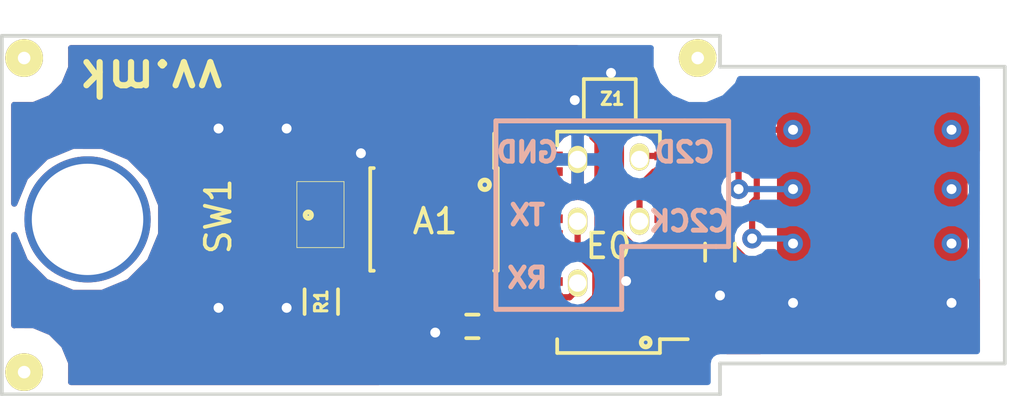
<source format=kicad_pcb>
(kicad_pcb (version 4) (host pcbnew 4.0.7)

  (general
    (links 28)
    (no_connects 0)
    (area 33.409599 27.275 76.550001 43.575001)
    (thickness 2)
    (drawings 49)
    (tracks 197)
    (zones 0)
    (modules 16)
    (nets 29)
  )

  (page User 101.6 101.6)
  (layers
    (0 F.Cu signal)
    (31 B.Cu signal)
    (32 B.Adhes user)
    (33 F.Adhes user)
    (34 B.Paste user)
    (35 F.Paste user)
    (36 B.SilkS user)
    (37 F.SilkS user)
    (38 B.Mask user)
    (39 F.Mask user)
    (40 Dwgs.User user)
    (41 Cmts.User user)
    (42 Eco1.User user)
    (43 Eco2.User user)
    (44 Edge.Cuts user)
    (45 Margin user)
    (46 B.CrtYd user)
    (47 F.CrtYd user)
    (48 B.Fab user)
    (49 F.Fab user)
  )

  (setup
    (last_trace_width 0.2)
    (user_trace_width 0.16)
    (user_trace_width 0.2)
    (trace_clearance 0.2)
    (zone_clearance 0.3)
    (zone_45_only no)
    (trace_min 0.15)
    (segment_width 0.2)
    (edge_width 0.15)
    (via_size 0.8)
    (via_drill 0.4)
    (via_min_size 0.4)
    (via_min_drill 0.3)
    (user_via 5.1 4.5)
    (uvia_size 0.3)
    (uvia_drill 0.1)
    (uvias_allowed no)
    (uvia_min_size 0.2)
    (uvia_min_drill 0.1)
    (pcb_text_width 0.3)
    (pcb_text_size 1.5 1.5)
    (mod_edge_width 0.15)
    (mod_text_size 1 1)
    (mod_text_width 0.15)
    (pad_size 0.78 1.1)
    (pad_drill 0.7)
    (pad_to_mask_clearance 0.1)
    (pad_to_paste_clearance -0.003)
    (aux_axis_origin 36.15 42.6)
    (visible_elements 7FFEFF3F)
    (pcbplotparams
      (layerselection 0x010fc_80000001)
      (usegerberextensions false)
      (usegerberattributes true)
      (excludeedgelayer false)
      (linewidth 0.100000)
      (plotframeref false)
      (viasonmask false)
      (mode 1)
      (useauxorigin false)
      (hpglpennumber 1)
      (hpglpenspeed 20)
      (hpglpendiameter 15)
      (hpglpenoverlay 2)
      (psnegative false)
      (psa4output false)
      (plotreference true)
      (plotvalue false)
      (plotinvisibletext false)
      (padsonsilk false)
      (subtractmaskfromsilk false)
      (outputformat 1)
      (mirror false)
      (drillshape 0)
      (scaleselection 1)
      (outputdirectory gerbers/))
  )

  (net 0 "")
  (net 1 /+5V)
  (net 2 "Net-(A1-Pad7)")
  (net 3 "Net-(A1-Pad6)")
  (net 4 "Net-(A1-Pad5)")
  (net 5 GND)
  (net 6 "Net-(A1-Pad3)")
  (net 7 "Net-(A1-Pad2)")
  (net 8 "Net-(A1-Pad1)")
  (net 9 /HD+)
  (net 10 /HD-)
  (net 11 "Net-(R1-Pad2)")
  (net 12 "Net-(Z1-Pad1)")
  (net 13 /C2CK)
  (net 14 /C2D)
  (net 15 /RX)
  (net 16 /TX)
  (net 17 "Net-(E0-Pad1)")
  (net 18 "Net-(E0-Pad10)")
  (net 19 "Net-(E0-Pad13)")
  (net 20 "Net-(E0-Pad15)")
  (net 21 "Net-(E0-Pad16)")
  (net 22 "Net-(E0-Pad17)")
  (net 23 "Net-(E0-Pad18)")
  (net 24 "Net-(E0-Pad19)")
  (net 25 "Net-(E0-Pad20)")
  (net 26 "Net-(E0-Pad21)")
  (net 27 "Net-(E0-Pad24)")
  (net 28 "Net-(E0-Pad7)")

  (net_class Default "This is the default net class."
    (clearance 0.2)
    (trace_width 0.25)
    (via_dia 0.8)
    (via_drill 0.4)
    (uvia_dia 0.3)
    (uvia_drill 0.1)
    (add_net /+5V)
    (add_net /C2CK)
    (add_net /C2D)
    (add_net /HD+)
    (add_net /HD-)
    (add_net /RX)
    (add_net /TX)
    (add_net GND)
    (add_net "Net-(A1-Pad1)")
    (add_net "Net-(A1-Pad2)")
    (add_net "Net-(A1-Pad3)")
    (add_net "Net-(A1-Pad5)")
    (add_net "Net-(A1-Pad6)")
    (add_net "Net-(A1-Pad7)")
    (add_net "Net-(E0-Pad1)")
    (add_net "Net-(E0-Pad10)")
    (add_net "Net-(E0-Pad13)")
    (add_net "Net-(E0-Pad15)")
    (add_net "Net-(E0-Pad16)")
    (add_net "Net-(E0-Pad17)")
    (add_net "Net-(E0-Pad18)")
    (add_net "Net-(E0-Pad19)")
    (add_net "Net-(E0-Pad20)")
    (add_net "Net-(E0-Pad21)")
    (add_net "Net-(E0-Pad24)")
    (add_net "Net-(E0-Pad7)")
    (add_net "Net-(R1-Pad2)")
    (add_net "Net-(Z1-Pad1)")
  )

  (module Capacitors_SMD:C_0402 (layer F.Cu) (tedit 5A1194AC) (tstamp 5686DC1D)
    (at 54.25 40.75 180)
    (descr "Capacitor SMD 0402, reflow soldering, AVX (see smccp.pdf)")
    (tags "capacitor 0402")
    (path /56857DEB)
    (attr smd)
    (fp_text reference C3 (at 0 -1.25 180) (layer F.SilkS) hide
      (effects (font (size 0.5 0.5) (thickness 0.125)))
    )
    (fp_text value 0.1uF (at 0 1.7 180) (layer F.Fab)
      (effects (font (size 1 1) (thickness 0.15)))
    )
    (fp_line (start -1.15 -0.6) (end 1.15 -0.6) (layer F.CrtYd) (width 0.05))
    (fp_line (start -1.15 0.6) (end 1.15 0.6) (layer F.CrtYd) (width 0.05))
    (fp_line (start -1.15 -0.6) (end -1.15 0.6) (layer F.CrtYd) (width 0.05))
    (fp_line (start 1.15 -0.6) (end 1.15 0.6) (layer F.CrtYd) (width 0.05))
    (fp_line (start 0.25 -0.475) (end -0.25 -0.475) (layer F.SilkS) (width 0.15))
    (fp_line (start -0.25 0.475) (end 0.25 0.475) (layer F.SilkS) (width 0.15))
    (pad 1 smd rect (at -0.55 0 180) (size 0.6 0.5) (layers F.Cu F.Paste F.Mask)
      (net 1 /+5V))
    (pad 2 smd rect (at 0.55 0 180) (size 0.6 0.5) (layers F.Cu F.Paste F.Mask)
      (net 5 GND))
    (model Capacitors_SMD.3dshapes/C_0402.wrl
      (at (xyz 0 0 0))
      (scale (xyz 1 1 1))
      (rotate (xyz 0 0 0))
    )
  )

  (module Capacitors_SMD:C_0603 (layer F.Cu) (tedit 5A119490) (tstamp 5686DC23)
    (at 64.25 37.75 90)
    (descr "Capacitor SMD 0603, reflow soldering, AVX (see smccp.pdf)")
    (tags "capacitor 0603")
    (path /56857E44)
    (attr smd)
    (fp_text reference C4 (at 2 0 180) (layer F.SilkS) hide
      (effects (font (size 0.5 0.5) (thickness 0.125)))
    )
    (fp_text value 4.7uF (at 0 1.9 90) (layer F.Fab)
      (effects (font (size 1 1) (thickness 0.15)))
    )
    (fp_line (start -1.45 -0.75) (end 1.45 -0.75) (layer F.CrtYd) (width 0.05))
    (fp_line (start -1.45 0.75) (end 1.45 0.75) (layer F.CrtYd) (width 0.05))
    (fp_line (start -1.45 -0.75) (end -1.45 0.75) (layer F.CrtYd) (width 0.05))
    (fp_line (start 1.45 -0.75) (end 1.45 0.75) (layer F.CrtYd) (width 0.05))
    (fp_line (start -0.35 -0.6) (end 0.35 -0.6) (layer F.SilkS) (width 0.15))
    (fp_line (start 0.35 0.6) (end -0.35 0.6) (layer F.SilkS) (width 0.15))
    (pad 1 smd rect (at -0.75 0 90) (size 0.8 0.75) (layers F.Cu F.Paste F.Mask)
      (net 5 GND))
    (pad 2 smd rect (at 0.75 0 90) (size 0.8 0.75) (layers F.Cu F.Paste F.Mask)
      (net 1 /+5V))
    (model Capacitors_SMD.3dshapes/C_0603.wrl
      (at (xyz 0 0 0))
      (scale (xyz 1 1 1))
      (rotate (xyz 0 0 0))
    )
  )

  (module Resistors_SMD:R_0603 (layer F.Cu) (tedit 5705BCA1) (tstamp 5686DC42)
    (at 48.15 39.75 90)
    (descr "Resistor SMD 0603, reflow soldering, Vishay (see dcrcw.pdf)")
    (tags "resistor 0603")
    (path /56857B9B)
    (attr smd)
    (fp_text reference R1 (at 0 0 270) (layer F.SilkS)
      (effects (font (size 0.5 0.5) (thickness 0.125)))
    )
    (fp_text value 100 (at 0 1.9 90) (layer F.Fab)
      (effects (font (size 1 1) (thickness 0.15)))
    )
    (fp_line (start -1.3 -0.8) (end 1.3 -0.8) (layer F.CrtYd) (width 0.05))
    (fp_line (start -1.3 0.8) (end 1.3 0.8) (layer F.CrtYd) (width 0.05))
    (fp_line (start -1.3 -0.8) (end -1.3 0.8) (layer F.CrtYd) (width 0.05))
    (fp_line (start 1.3 -0.8) (end 1.3 0.8) (layer F.CrtYd) (width 0.05))
    (fp_line (start 0.5 0.675) (end -0.5 0.675) (layer F.SilkS) (width 0.15))
    (fp_line (start -0.5 -0.675) (end 0.5 -0.675) (layer F.SilkS) (width 0.15))
    (pad 1 smd rect (at -0.75 0 90) (size 0.5 0.9) (layers F.Cu F.Paste F.Mask)
      (net 1 /+5V))
    (pad 2 smd rect (at 0.75 0 90) (size 0.5 0.9) (layers F.Cu F.Paste F.Mask)
      (net 11 "Net-(R1-Pad2)"))
    (model Resistors_SMD.3dshapes/R_0603.wrl
      (at (xyz 0 0 0))
      (scale (xyz 1 1 1))
      (rotate (xyz 0 0 0))
    )
  )

  (module TO_SOT_Packages_SMD:SOT-553 (layer F.Cu) (tedit 5705CEBA) (tstamp 5686DC5B)
    (at 59.8 31.6)
    (descr SOT553)
    (path /56857EAF)
    (attr smd)
    (fp_text reference Z1 (at 0.1 -0.05) (layer F.SilkS)
      (effects (font (size 0.5 0.5) (thickness 0.125)))
    )
    (fp_text value DF5A5.6JE (at 0 1.34874) (layer F.Fab)
      (effects (font (size 1 1) (thickness 0.15)))
    )
    (fp_line (start -1.04902 -0.8509) (end 1.04902 -0.8509) (layer F.SilkS) (width 0.15))
    (fp_line (start 1.04902 -0.8509) (end 1.04902 0.8509) (layer F.SilkS) (width 0.15))
    (fp_line (start 1.04902 0.8509) (end -1.04902 0.8509) (layer F.SilkS) (width 0.15))
    (fp_line (start -1.04902 0.8509) (end -1.04902 -0.8509) (layer F.SilkS) (width 0.15))
    (pad 1 smd rect (at -0.70104 -0.50038) (size 0.44958 0.29972) (layers F.Cu F.Paste F.Mask)
      (net 12 "Net-(Z1-Pad1)"))
    (pad 3 smd rect (at -0.70104 0.50038) (size 0.44958 0.29972) (layers F.Cu F.Paste F.Mask)
      (net 1 /+5V))
    (pad 5 smd rect (at 0.70104 -0.50038) (size 0.44958 0.29972) (layers F.Cu F.Paste F.Mask)
      (net 9 /HD+))
    (pad 2 smd rect (at -0.70104 0) (size 0.44958 0.29972) (layers F.Cu F.Paste F.Mask)
      (net 5 GND))
    (pad 4 smd rect (at 0.70104 0.50038) (size 0.44958 0.29972) (layers F.Cu F.Paste F.Mask)
      (net 10 /HD-))
    (model TO_SOT_Packages_SMD.3dshapes/SOT-553.wrl
      (at (xyz 0 0 0))
      (scale (xyz 0.77 0.65 0.7))
      (rotate (xyz 0 0 90))
    )
  )

  (module Housings_SOIC:SOIC-8_3.9x4.9mm_Pitch1.27mm (layer F.Cu) (tedit 5705BD2C) (tstamp 5705B9E7)
    (at 52.7 36.425 270)
    (descr "8-Lead Plastic Small Outline (SN) - Narrow, 3.90 mm Body [SOIC] (see Microchip Packaging Specification 00000049BS.pdf)")
    (tags "SOIC 1.27")
    (path /56857313)
    (attr smd)
    (fp_text reference A1 (at 0.075 -0.05 360) (layer F.SilkS)
      (effects (font (size 1 1) (thickness 0.15)))
    )
    (fp_text value ATECC508A (at 0 3.5 270) (layer F.Fab)
      (effects (font (size 1 1) (thickness 0.15)))
    )
    (fp_line (start -3.75 -2.75) (end -3.75 2.75) (layer F.CrtYd) (width 0.05))
    (fp_line (start 3.75 -2.75) (end 3.75 2.75) (layer F.CrtYd) (width 0.05))
    (fp_line (start -3.75 -2.75) (end 3.75 -2.75) (layer F.CrtYd) (width 0.05))
    (fp_line (start -3.75 2.75) (end 3.75 2.75) (layer F.CrtYd) (width 0.05))
    (fp_line (start -2.075 -2.575) (end -2.075 -2.43) (layer F.SilkS) (width 0.15))
    (fp_line (start 2.075 -2.575) (end 2.075 -2.43) (layer F.SilkS) (width 0.15))
    (fp_line (start 2.075 2.575) (end 2.075 2.43) (layer F.SilkS) (width 0.15))
    (fp_line (start -2.075 2.575) (end -2.075 2.43) (layer F.SilkS) (width 0.15))
    (fp_line (start -2.075 -2.575) (end 2.075 -2.575) (layer F.SilkS) (width 0.15))
    (fp_line (start -2.075 2.575) (end 2.075 2.575) (layer F.SilkS) (width 0.15))
    (fp_line (start -2.075 -2.43) (end -3.475 -2.43) (layer F.SilkS) (width 0.15))
    (pad 1 smd rect (at -2.7 -1.905 270) (size 1.55 0.6) (layers F.Cu F.Paste F.Mask)
      (net 8 "Net-(A1-Pad1)"))
    (pad 2 smd rect (at -2.7 -0.635 270) (size 1.55 0.6) (layers F.Cu F.Paste F.Mask)
      (net 7 "Net-(A1-Pad2)"))
    (pad 3 smd rect (at -2.7 0.635 270) (size 1.55 0.6) (layers F.Cu F.Paste F.Mask)
      (net 6 "Net-(A1-Pad3)"))
    (pad 4 smd rect (at -2.7 1.905 270) (size 1.55 0.6) (layers F.Cu F.Paste F.Mask)
      (net 5 GND))
    (pad 5 smd rect (at 2.7 1.905 270) (size 1.55 0.6) (layers F.Cu F.Paste F.Mask)
      (net 4 "Net-(A1-Pad5)"))
    (pad 6 smd rect (at 2.7 0.635 270) (size 1.55 0.6) (layers F.Cu F.Paste F.Mask)
      (net 3 "Net-(A1-Pad6)"))
    (pad 7 smd rect (at 2.7 -0.635 270) (size 1.55 0.6) (layers F.Cu F.Paste F.Mask)
      (net 2 "Net-(A1-Pad7)"))
    (pad 8 smd rect (at 2.7 -1.905 270) (size 1.55 0.6) (layers F.Cu F.Paste F.Mask)
      (net 1 /+5V))
    (model Housings_SOIC.3dshapes/SOIC-8_3.9x4.9mm_Pitch1.27mm.wrl
      (at (xyz 0 0 0))
      (scale (xyz 1 1 1))
      (rotate (xyz 0 0 0))
    )
  )

  (module footprints:debug (layer F.Cu) (tedit 58286ACE) (tstamp 5705B9EC)
    (at 61 36.5)
    (path /56A3F8D6)
    (fp_text reference C2CK1 (at 0.63 -1.5) (layer F.SilkS) hide
      (effects (font (size 1 1) (thickness 0.15)))
    )
    (fp_text value debug-pin (at 1.75 1.25) (layer F.Fab)
      (effects (font (size 1 1) (thickness 0.15)))
    )
    (pad 1 thru_hole oval (at 0 0) (size 0.78 1.1) (drill 0.7) (layers *.Cu *.Mask F.SilkS)
      (net 13 /C2CK))
  )

  (module footprints:debug (layer F.Cu) (tedit 58286B0A) (tstamp 5705B9F1)
    (at 61 34)
    (path /56A3F90D)
    (fp_text reference C2D1 (at 0.7 -5.75) (layer F.SilkS) hide
      (effects (font (size 1 1) (thickness 0.15)))
    )
    (fp_text value debug-pin (at 1.75 1.25) (layer F.Fab)
      (effects (font (size 1 1) (thickness 0.15)))
    )
    (pad 1 thru_hole oval (at 0 0) (size 0.78 1.1) (drill 0.7 (offset 0 -0.1)) (layers *.Cu *.Mask F.SilkS)
      (net 14 /C2D))
  )

  (module footprints:debug (layer F.Cu) (tedit 58286AE9) (tstamp 5705BA1D)
    (at 58.5 39)
    (path /56A3F89E)
    (fp_text reference RX1 (at 0.63 -1.5) (layer F.SilkS) hide
      (effects (font (size 1 1) (thickness 0.15)))
    )
    (fp_text value debug-pin (at 1.75 1.25) (layer F.Fab)
      (effects (font (size 1 1) (thickness 0.15)))
    )
    (pad 1 thru_hole oval (at 0 0) (size 0.78 1.1) (drill 0.7) (layers *.Cu *.Mask F.SilkS)
      (net 15 /RX))
  )

  (module footprints:debug (layer F.Cu) (tedit 58286AE3) (tstamp 5705BA22)
    (at 58.5 36.5)
    (path /56A3F7EB)
    (fp_text reference TX1 (at 0.63 -1.5) (layer F.SilkS) hide
      (effects (font (size 1 1) (thickness 0.15)))
    )
    (fp_text value debug-pin (at 1.75 1.25) (layer F.Fab)
      (effects (font (size 1 1) (thickness 0.15)))
    )
    (pad 1 thru_hole oval (at 0 0) (size 0.78 1.1) (drill 0.7) (layers *.Cu *.Mask F.SilkS)
      (net 16 /TX))
  )

  (module footprints:debug (layer F.Cu) (tedit 58286ADD) (tstamp 5705D0B1)
    (at 58.5 34)
    (path /570602D3)
    (fp_text reference GND1 (at 0.63 -1.5) (layer F.SilkS) hide
      (effects (font (size 1 1) (thickness 0.15)))
    )
    (fp_text value debug-pin (at 1.75 1.25) (layer F.Fab)
      (effects (font (size 1 1) (thickness 0.15)))
    )
    (pad 1 thru_hole oval (at 0 0) (size 0.78 1.1) (drill 0.7) (layers *.Cu *.Mask F.SilkS)
      (net 5 GND))
  )

  (module footprints:QSOP-24_3.9x8.7mm_Pitch0.635mm_fat (layer F.Cu) (tedit 571C16FD) (tstamp 571C25E8)
    (at 59.75 37.35 180)
    (descr "SSOP24: plastic shrink small outline package; 24 leads; body width 3.9 mm; lead pitch 0.635; (see NXP SSOP-TSSOP-VSO-REFLOW.pdf and sot556-1_po.pdf)")
    (tags "SSOP 0.635")
    (path /5705BC18)
    (attr smd)
    (fp_text reference E0 (at 0 -0.15 180) (layer F.SilkS)
      (effects (font (size 1 1) (thickness 0.15)))
    )
    (fp_text value EFM8UB1_24pin (at 0 5.4 180) (layer F.Fab)
      (effects (font (size 1 1) (thickness 0.15)))
    )
    (fp_line (start -3.45 -4.65) (end -3.45 4.65) (layer F.CrtYd) (width 0.05))
    (fp_line (start 3.45 -4.65) (end 3.45 4.65) (layer F.CrtYd) (width 0.05))
    (fp_line (start -3.45 -4.65) (end 3.45 -4.65) (layer F.CrtYd) (width 0.05))
    (fp_line (start -3.45 4.65) (end 3.45 4.65) (layer F.CrtYd) (width 0.05))
    (fp_line (start -2.075 -4.475) (end -2.075 -3.9175) (layer F.SilkS) (width 0.15))
    (fp_line (start 2.075 -4.475) (end 2.075 -3.9175) (layer F.SilkS) (width 0.15))
    (fp_line (start 2.075 4.475) (end 2.075 3.9175) (layer F.SilkS) (width 0.15))
    (fp_line (start -2.075 4.475) (end -2.075 3.9175) (layer F.SilkS) (width 0.15))
    (fp_line (start -2.075 -4.475) (end 2.075 -4.475) (layer F.SilkS) (width 0.15))
    (fp_line (start -2.075 4.475) (end 2.075 4.475) (layer F.SilkS) (width 0.15))
    (fp_line (start -2.075 -3.9175) (end -3.2 -3.9175) (layer F.SilkS) (width 0.15))
    (pad 1 smd rect (at -2.6 -3.4925 180) (size 1.5 0.35) (layers F.Cu F.Paste F.Mask)
      (net 17 "Net-(E0-Pad1)"))
    (pad 2 smd rect (at -2.6 -2.8575 180) (size 1.5 0.35) (layers F.Cu F.Paste F.Mask)
      (net 3 "Net-(A1-Pad6)"))
    (pad 3 smd rect (at -2.6 -2.2225 180) (size 1.5 0.35) (layers F.Cu F.Paste F.Mask)
      (net 4 "Net-(A1-Pad5)"))
    (pad 4 smd rect (at -2.6 -1.5875 180) (size 1.5 0.35) (layers F.Cu F.Paste F.Mask)
      (net 5 GND))
    (pad 5 smd rect (at -2.6 -0.9525 180) (size 1.5 0.35) (layers F.Cu F.Paste F.Mask)
      (net 9 /HD+))
    (pad 6 smd rect (at -2.6 -0.3175 180) (size 1.5 0.35) (layers F.Cu F.Paste F.Mask)
      (net 10 /HD-))
    (pad 7 smd rect (at -2.6 0.3175 180) (size 1.5 0.35) (layers F.Cu F.Paste F.Mask)
      (net 28 "Net-(E0-Pad7)"))
    (pad 8 smd rect (at -2.6 0.9525 180) (size 1.5 0.35) (layers F.Cu F.Paste F.Mask)
      (net 28 "Net-(E0-Pad7)"))
    (pad 9 smd rect (at -2.6 1.5875 180) (size 1.5 0.35) (layers F.Cu F.Paste F.Mask)
      (net 1 /+5V))
    (pad 10 smd rect (at -2.6 2.2225 180) (size 1.5 0.35) (layers F.Cu F.Paste F.Mask)
      (net 18 "Net-(E0-Pad10)"))
    (pad 11 smd rect (at -2.6 2.8575 180) (size 1.5 0.35) (layers F.Cu F.Paste F.Mask)
      (net 13 /C2CK))
    (pad 12 smd rect (at -2.6 3.4925 180) (size 1.5 0.35) (layers F.Cu F.Paste F.Mask)
      (net 14 /C2D))
    (pad 13 smd rect (at 2.6 3.4925 180) (size 1.5 0.35) (layers F.Cu F.Paste F.Mask)
      (net 19 "Net-(E0-Pad13)"))
    (pad 14 smd rect (at 2.6 2.8575 180) (size 1.5 0.35) (layers F.Cu F.Paste F.Mask)
      (net 19 "Net-(E0-Pad13)"))
    (pad 15 smd rect (at 2.6 2.2225 180) (size 1.5 0.35) (layers F.Cu F.Paste F.Mask)
      (net 20 "Net-(E0-Pad15)"))
    (pad 16 smd rect (at 2.6 1.5875 180) (size 1.5 0.35) (layers F.Cu F.Paste F.Mask)
      (net 21 "Net-(E0-Pad16)"))
    (pad 17 smd rect (at 2.6 0.9525 180) (size 1.5 0.35) (layers F.Cu F.Paste F.Mask)
      (net 22 "Net-(E0-Pad17)"))
    (pad 18 smd rect (at 2.6 0.3175 180) (size 1.5 0.35) (layers F.Cu F.Paste F.Mask)
      (net 23 "Net-(E0-Pad18)"))
    (pad 19 smd rect (at 2.6 -0.3175 180) (size 1.5 0.35) (layers F.Cu F.Paste F.Mask)
      (net 24 "Net-(E0-Pad19)"))
    (pad 20 smd rect (at 2.6 -0.9525 180) (size 1.5 0.35) (layers F.Cu F.Paste F.Mask)
      (net 25 "Net-(E0-Pad20)"))
    (pad 21 smd rect (at 2.6 -1.5875 180) (size 1.5 0.35) (layers F.Cu F.Paste F.Mask)
      (net 26 "Net-(E0-Pad21)"))
    (pad 22 smd rect (at 2.6 -2.2225 180) (size 1.5 0.35) (layers F.Cu F.Paste F.Mask)
      (net 15 /RX))
    (pad 23 smd rect (at 2.6 -2.8575 180) (size 1.5 0.35) (layers F.Cu F.Paste F.Mask)
      (net 16 /TX))
    (pad 24 smd rect (at 2.6 -3.4925 180) (size 1.5 0.35) (layers F.Cu F.Paste F.Mask)
      (net 27 "Net-(E0-Pad24)"))
    (model Housings_SSOP.3dshapes/SSOP-24_3.9x8.7mm_Pitch0.635mm.wrl
      (at (xyz 0 0 0))
      (scale (xyz 1 1 1))
      (rotate (xyz 0 0 0))
    )
  )

  (module footprints:u2f-button (layer F.Cu) (tedit 571CDF8F) (tstamp 571CE173)
    (at 43.9 36.45 90)
    (path /5685E9F9)
    (attr smd)
    (fp_text reference SW1 (at 0.15 0.09 90) (layer F.SilkS)
      (effects (font (size 1 1) (thickness 0.15)))
    )
    (fp_text value SW_PUSH (at -0.28 3.13 90) (layer F.Fab)
      (effects (font (size 1 1) (thickness 0.15)))
    )
    (pad 1 smd rect (at -3.6 -1.56 90) (size 1.6 1.4) (layers F.Cu F.Paste F.Mask)
      (net 19 "Net-(E0-Pad13)"))
    (pad 1 smd rect (at 3.6 -1.56 90) (size 1.6 1.4) (layers F.Cu F.Paste F.Mask)
      (net 19 "Net-(E0-Pad13)"))
    (pad 2 smd rect (at 3.6 1.44 90) (size 1.6 1.4) (layers F.Cu F.Paste F.Mask)
      (net 5 GND))
    (pad 2 smd rect (at -3.6 1.44 90) (size 1.6 1.4) (layers F.Cu F.Paste F.Mask)
      (net 5 GND))
  )

  (module footprints:LED-0606 (layer F.Cu) (tedit 5A1194B5) (tstamp 571CE288)
    (at 48.1 36.25)
    (path /5686DEFD)
    (attr smd)
    (fp_text reference RGB1 (at 0.07546 -1.90872) (layer F.SilkS) hide
      (effects (font (size 0.4 0.4) (thickness 0.1)))
    )
    (fp_text value CA_RGB (at 0.0145 1.70824) (layer F.Fab) hide
      (effects (font (size 0.4 0.4) (thickness 0.1)))
    )
    (fp_line (start -0.938 -1.355) (end 0.967 -1.355) (layer F.SilkS) (width 0.03))
    (fp_line (start 0.967 -1.355) (end 0.967 1.312) (layer F.SilkS) (width 0.03))
    (fp_line (start 0.967 1.312) (end -0.938 1.312) (layer F.SilkS) (width 0.03))
    (fp_line (start -0.938 1.312) (end -0.938 -1.355) (layer F.SilkS) (width 0.03))
    (pad 1 smd rect (at -0.43 -0.72) (size 0.65 0.85) (layers F.Cu F.Paste F.Mask)
      (net 23 "Net-(E0-Pad18)"))
    (pad 2 smd rect (at 0.42 -0.72) (size 0.65 0.85) (layers F.Cu F.Paste F.Mask)
      (net 24 "Net-(E0-Pad19)"))
    (pad 3 smd rect (at 0.42 0.73) (size 0.65 0.85) (layers F.Cu F.Paste F.Mask)
      (net 25 "Net-(E0-Pad20)"))
    (pad 4 smd rect (at -0.43 0.73) (size 0.65 0.85) (layers F.Cu F.Paste F.Mask)
      (net 11 "Net-(R1-Pad2)"))
  )

  (module footprints:u2f-fiducial (layer F.Cu) (tedit 571CE320) (tstamp 571CE3A7)
    (at 36.15 42.6)
    (path /571C39BB)
    (fp_text reference F1 (at 0.1 -1.4) (layer F.SilkS) hide
      (effects (font (size 1 1) (thickness 0.15)))
    )
    (fp_text value u2f-fiducial (at 5.3848 -1.4986) (layer F.Fab)
      (effects (font (size 1 1) (thickness 0.15)))
    )
    (pad 1 thru_hole circle (at 0 0) (size 1.524 1.524) (drill 0.508) (layers *.Cu *.Mask F.SilkS)
      (solder_mask_margin 1.016) (clearance 1.016))
  )

  (module footprints:u2f-fiducial (layer F.Cu) (tedit 571CE320) (tstamp 571CE3AC)
    (at 36.15 29.9)
    (path /571C3A1E)
    (fp_text reference F2 (at 0.1 -1.4) (layer F.SilkS) hide
      (effects (font (size 1 1) (thickness 0.15)))
    )
    (fp_text value u2f-fiducial (at 5.3848 -1.4986) (layer F.Fab)
      (effects (font (size 1 1) (thickness 0.15)))
    )
    (pad 1 thru_hole circle (at 0 0) (size 1.524 1.524) (drill 0.508) (layers *.Cu *.Mask F.SilkS)
      (solder_mask_margin 1.016) (clearance 1.016))
  )

  (module footprints:u2f-fiducial (layer F.Cu) (tedit 571CE320) (tstamp 571CE3B1)
    (at 63.35 29.9)
    (path /571C3A85)
    (fp_text reference F3 (at 0.1 -1.4) (layer F.SilkS) hide
      (effects (font (size 1 1) (thickness 0.15)))
    )
    (fp_text value u2f-fiducial (at 5.3848 -1.4986) (layer F.Fab)
      (effects (font (size 1 1) (thickness 0.15)))
    )
    (pad 1 thru_hole circle (at 0 0) (size 1.524 1.524) (drill 0.508) (layers *.Cu *.Mask F.SilkS)
      (solder_mask_margin 1.016) (clearance 1.016))
  )

  (gr_text vv.mk (at 41.3 30.7 180) (layer F.SilkS)
    (effects (font (size 1.4 1.4) (thickness 0.25)))
  )
  (gr_line (start 64.09 32.44) (end 63.582 32.44) (angle 90) (layer B.SilkS) (width 0.2))
  (gr_line (start 64.598 32.44) (end 64.09 32.44) (angle 90) (layer B.SilkS) (width 0.2))
  (gr_line (start 64.598 37.52) (end 64.598 32.44) (angle 90) (layer B.SilkS) (width 0.2))
  (gr_line (start 64.09 37.52) (end 64.598 37.52) (angle 90) (layer B.SilkS) (width 0.2))
  (gr_text "C2CK\n" (at 63 36.5) (layer B.SilkS)
    (effects (font (size 0.8 0.8) (thickness 0.2)) (justify mirror))
  )
  (gr_text C2D (at 62.82 33.71) (layer B.SilkS)
    (effects (font (size 0.8 0.8) (thickness 0.2)) (justify mirror))
  )
  (gr_text RX (at 56.47 38.79) (layer B.SilkS)
    (effects (font (size 0.8 0.8) (thickness 0.2)) (justify mirror))
  )
  (gr_text TX (at 56.47 36.25) (layer B.SilkS)
    (effects (font (size 0.8 0.8) (thickness 0.2)) (justify mirror))
  )
  (gr_text GND (at 56.47 33.71) (layer B.SilkS)
    (effects (font (size 0.8 0.8) (thickness 0.2)) (justify mirror))
  )
  (gr_line (start 55.2 32.44) (end 56.47 32.44) (angle 90) (layer B.SilkS) (width 0.2))
  (gr_line (start 55.2 40.06) (end 55.2 32.44) (angle 90) (layer B.SilkS) (width 0.2))
  (gr_line (start 60.28 40.06) (end 55.2 40.06) (angle 90) (layer B.SilkS) (width 0.2))
  (gr_line (start 60.28 37.52) (end 60.28 40.06) (angle 90) (layer B.SilkS) (width 0.2))
  (gr_line (start 64.09 37.52) (end 60.28 37.52) (angle 90) (layer B.SilkS) (width 0.2))
  (gr_line (start 62.82 32.44) (end 64.09 32.44) (angle 90) (layer B.SilkS) (width 0.2))
  (gr_line (start 56.47 32.44) (end 62.82 32.44) (angle 90) (layer B.SilkS) (width 0.2))
  (gr_circle (center 61.25 41.4) (end 61.375 41.275) (layer F.SilkS) (width 0.2))
  (gr_circle (center 54.75 35.025) (end 54.675 35.075) (layer F.SilkS) (width 0.2))
  (gr_circle (center 47.625 36.25) (end 47.625 36.225) (layer F.SilkS) (width 0.2))
  (gr_line (start 75.75 42.25) (end 64.25 42.25) (angle 90) (layer Edge.Cuts) (width 0.15))
  (gr_line (start 75.75 30.25) (end 64.25 30.25) (angle 90) (layer Edge.Cuts) (width 0.15))
  (gr_line (start 64.25 43.5) (end 64.25 42.25) (angle 90) (layer Edge.Cuts) (width 0.15))
  (gr_line (start 35.25 43.5) (end 64.25 43.5) (angle 90) (layer Edge.Cuts) (width 0.15))
  (gr_line (start 35.25 29) (end 35.25 43.5) (angle 90) (layer Edge.Cuts) (width 0.15))
  (gr_line (start 64.25 29) (end 35.25 29) (angle 90) (layer Edge.Cuts) (width 0.15))
  (gr_line (start 64.25 30.25) (end 64.25 29) (angle 90) (layer Edge.Cuts) (width 0.15))
  (gr_line (start 66.1 30.05) (end 66.1 42.45) (angle 90) (layer Cmts.User) (width 0.2))
  (gr_line (start 75.75 42.25) (end 75.75 30.25) (angle 90) (layer Edge.Cuts) (width 0.15))
  (gr_text "GND\n" (at 64.45 40.05) (layer Cmts.User)
    (effects (font (size 0.5 0.5) (thickness 0.125)))
  )
  (gr_text D+ (at 64.5 37.6) (layer Cmts.User)
    (effects (font (size 0.5 0.5) (thickness 0.125)))
  )
  (gr_text D- (at 64.35 35.35) (layer Cmts.User)
    (effects (font (size 0.5 0.5) (thickness 0.125)))
  )
  (gr_text +5v (at 64.3 33) (layer Cmts.User)
    (effects (font (size 0.5 0.5) (thickness 0.125)))
  )
  (gr_line (start 74.25 33.75) (end 74.75 33.75) (angle 90) (layer Cmts.User) (width 0.2))
  (gr_line (start 74.3 38.75) (end 66.55 38.75) (angle 90) (layer Cmts.User) (width 0.2))
  (gr_line (start 66.55 38.4) (end 74.25 38.4) (angle 90) (layer Cmts.User) (width 0.2))
  (gr_line (start 74.25 36.4) (end 66.55 36.4) (angle 90) (layer Cmts.User) (width 0.2))
  (gr_line (start 66.55 36.1) (end 74.25 36.1) (angle 90) (layer Cmts.User) (width 0.2))
  (gr_line (start 74.25 34.1) (end 66.55 34.1) (angle 90) (layer Cmts.User) (width 0.2))
  (gr_line (start 74.25 33.75) (end 66.55 33.75) (angle 90) (layer Cmts.User) (width 0.2))
  (gr_line (start 74.25 30) (end 74.25 42.5) (angle 90) (layer Cmts.User) (width 0.2))
  (gr_line (start 74.75 40.75) (end 66.55 40.75) (angle 90) (layer Cmts.User) (width 0.2))
  (gr_line (start 74.75 31.75) (end 66.55 31.75) (angle 90) (layer Cmts.User) (width 0.2))
  (gr_line (start 66.55 30) (end 66.55 42.45) (angle 90) (layer Cmts.User) (width 0.2))
  (gr_line (start 74.75 42.5) (end 74.75 30) (angle 90) (layer Cmts.User) (width 0.2))
  (gr_line (start 74.75 40.75) (end 76.05 40.75) (angle 90) (layer Cmts.User) (width 0.2))
  (gr_line (start 74.75 42.45) (end 74.75 40.7) (angle 90) (layer Cmts.User) (width 0.2))
  (gr_line (start 74.75 31.75) (end 76.45 31.75) (angle 90) (layer Cmts.User) (width 0.2))
  (gr_line (start 74.75 30) (end 74.75 31.7) (angle 90) (layer Cmts.User) (width 0.2))

  (via (at 38.7096 36.4236) (size 5.1) (drill 4.5) (layers F.Cu B.Cu) (net 0))
  (segment (start 65.25 40.25) (end 65.25 37.987499) (width 0.25) (layer F.Cu) (net 1))
  (segment (start 65.25 37.987499) (end 64.262501 37) (width 0.25) (layer F.Cu) (net 1))
  (segment (start 64.262501 37) (end 64.25 37) (width 0.25) (layer F.Cu) (net 1))
  (segment (start 61.25 30.75) (end 60.264999 29.764999) (width 0.25) (layer F.Cu) (net 1))
  (segment (start 61.710009 31.658037) (end 61.25 31.198028) (width 0.25) (layer F.Cu) (net 1))
  (segment (start 61.71001 31.658906) (end 61.710009 31.658037) (width 0.25) (layer F.Cu) (net 1))
  (segment (start 61.25 31.198028) (end 61.25 30.75) (width 0.25) (layer F.Cu) (net 1))
  (segment (start 58.985001 29.764999) (end 57.650804 31.099196) (width 0.25) (layer F.Cu) (net 1))
  (segment (start 57.650804 31.099196) (end 57.650804 31.95475) (width 0.25) (layer F.Cu) (net 1))
  (segment (start 57.650804 31.95475) (end 58.033004 32.33695) (width 0.25) (layer F.Cu) (net 1))
  (segment (start 58.033004 32.33695) (end 58.86239 32.33695) (width 0.25) (layer F.Cu) (net 1))
  (segment (start 58.86239 32.33695) (end 59.09896 32.10038) (width 0.25) (layer F.Cu) (net 1))
  (segment (start 60.264999 29.764999) (end 58.985001 29.764999) (width 0.25) (layer F.Cu) (net 1))
  (segment (start 62.381084 32.32998) (end 61.71001 31.658906) (width 0.25) (layer F.Cu) (net 1))
  (segment (start 64.131084 32.32998) (end 62.381084 32.32998) (width 0.25) (layer F.Cu) (net 1))
  (segment (start 64.601104 32.8) (end 64.131084 32.32998) (width 0.25) (layer F.Cu) (net 1))
  (segment (start 67.2 32.8) (end 64.601104 32.8) (width 0.25) (layer F.Cu) (net 1))
  (segment (start 67.2 32.8) (end 73.6 32.8) (width 0.25) (layer F.Cu) (net 1))
  (via (at 73.6 32.8) (size 0.8) (drill 0.4) (layers F.Cu B.Cu) (net 1))
  (segment (start 67.15 32.75) (end 67.2 32.8) (width 0.25) (layer F.Cu) (net 1))
  (via (at 67.2 32.8) (size 0.8) (drill 0.4) (layers F.Cu B.Cu) (net 1))
  (segment (start 54.8 41.3) (end 54.8 40.75) (width 0.25) (layer F.Cu) (net 1))
  (segment (start 58.17719 41.54999) (end 55.04999 41.54999) (width 0.25) (layer F.Cu) (net 1))
  (segment (start 59.665011 40.062169) (end 58.17719 41.54999) (width 0.25) (layer F.Cu) (net 1))
  (segment (start 59.29999 37.992404) (end 59.665011 38.357425) (width 0.25) (layer F.Cu) (net 1))
  (segment (start 59.09896 32.10038) (end 59.09896 33.09896) (width 0.25) (layer F.Cu) (net 1))
  (segment (start 59.09896 33.09896) (end 59.29999 33.29999) (width 0.25) (layer F.Cu) (net 1))
  (segment (start 59.29999 33.29999) (end 59.29999 37.992404) (width 0.25) (layer F.Cu) (net 1))
  (segment (start 55.04999 41.54999) (end 54.8 41.3) (width 0.25) (layer F.Cu) (net 1))
  (segment (start 59.665011 38.357425) (end 59.665011 40.062169) (width 0.25) (layer F.Cu) (net 1))
  (segment (start 59.046683 32.152657) (end 59.09896 32.10038) (width 0.25) (layer F.Cu) (net 1))
  (segment (start 49.5 40.25) (end 49.5 41.25) (width 0.25) (layer F.Cu) (net 1))
  (segment (start 62.54999 42.95001) (end 65.25 40.25) (width 0.25) (layer F.Cu) (net 1))
  (segment (start 51.20001 42.95001) (end 62.54999 42.95001) (width 0.25) (layer F.Cu) (net 1))
  (segment (start 49.5 41.25) (end 51.20001 42.95001) (width 0.25) (layer F.Cu) (net 1))
  (segment (start 64.324998 37) (end 64.25 37) (width 0.25) (layer F.Cu) (net 1))
  (segment (start 49.5 40.25) (end 49.25 40.5) (width 0.25) (layer F.Cu) (net 1))
  (segment (start 49.25 40.5) (end 48.15 40.5) (width 0.25) (layer F.Cu) (net 1))
  (segment (start 49.5 38.5) (end 49.5 40.25) (width 0.25) (layer F.Cu) (net 1))
  (segment (start 51 37) (end 49.5 38.5) (width 0.25) (layer F.Cu) (net 1))
  (segment (start 53.5 37) (end 51 37) (width 0.25) (layer F.Cu) (net 1))
  (segment (start 54.605 38.105) (end 53.5 37) (width 0.25) (layer F.Cu) (net 1))
  (segment (start 54.605 39.125) (end 54.605 38.105) (width 0.25) (layer F.Cu) (net 1))
  (segment (start 54.8 40.55) (end 54.605 40.355) (width 0.25) (layer F.Cu) (net 1))
  (segment (start 54.605 40.355) (end 54.605 39.125) (width 0.25) (layer F.Cu) (net 1))
  (segment (start 54.8 40.75) (end 54.8 40.55) (width 0.25) (layer F.Cu) (net 1))
  (segment (start 64.25 36.25) (end 63.7625 35.7625) (width 0.25) (layer F.Cu) (net 1))
  (segment (start 63.7625 35.7625) (end 62.35 35.7625) (width 0.25) (layer F.Cu) (net 1))
  (segment (start 64.25 37) (end 64.25 36.25) (width 0.25) (layer F.Cu) (net 1))
  (segment (start 52.065 39.125) (end 52.065 39.975588) (width 0.25) (layer F.Cu) (net 3))
  (segment (start 52.065 39.975588) (end 51.574989 40.465599) (width 0.25) (layer F.Cu) (net 3))
  (segment (start 51.574989 40.465599) (end 51.574989 41.824989) (width 0.25) (layer F.Cu) (net 3))
  (segment (start 52.25 42.5) (end 58.5 42.5) (width 0.25) (layer F.Cu) (net 3))
  (segment (start 51.574989 41.824989) (end 52.25 42.5) (width 0.25) (layer F.Cu) (net 3))
  (segment (start 58.5 42.5) (end 60.7925 40.2075) (width 0.25) (layer F.Cu) (net 3))
  (segment (start 60.7925 40.2075) (end 62.35 40.2075) (width 0.25) (layer F.Cu) (net 3))
  (segment (start 50.795 39.125) (end 50.795 37.955) (width 0.25) (layer F.Cu) (net 4))
  (segment (start 50.795 37.955) (end 51.25 37.5) (width 0.25) (layer F.Cu) (net 4))
  (segment (start 51.25 37.5) (end 52.25 37.5) (width 0.25) (layer F.Cu) (net 4))
  (segment (start 52.676998 42) (end 58.36359 42) (width 0.25) (layer F.Cu) (net 4))
  (segment (start 52.25 37.5) (end 52.709999 37.959999) (width 0.25) (layer F.Cu) (net 4))
  (segment (start 52.024999 40.651999) (end 52.024999 41.348001) (width 0.25) (layer F.Cu) (net 4))
  (segment (start 52.709999 37.959999) (end 52.709999 40.124999) (width 0.25) (layer F.Cu) (net 4))
  (segment (start 52.709999 40.124999) (end 52.559999 40.274999) (width 0.25) (layer F.Cu) (net 4))
  (segment (start 52.559999 40.274999) (end 52.401999 40.274999) (width 0.25) (layer F.Cu) (net 4))
  (segment (start 58.36359 42) (end 60.79109 39.5725) (width 0.25) (layer F.Cu) (net 4))
  (segment (start 52.401999 40.274999) (end 52.024999 40.651999) (width 0.25) (layer F.Cu) (net 4))
  (segment (start 52.024999 41.348001) (end 52.676998 42) (width 0.25) (layer F.Cu) (net 4))
  (segment (start 60.79109 39.5725) (end 62.35 39.5725) (width 0.25) (layer F.Cu) (net 4))
  (segment (start 62.35 38.9375) (end 60.478138 38.9375) (width 0.25) (layer F.Cu) (net 5))
  (segment (start 60.478138 38.9375) (end 60.457964 38.917326) (width 0.25) (layer F.Cu) (net 5))
  (via (at 60.457964 38.917326) (size 0.8) (drill 0.4) (layers F.Cu B.Cu) (net 5))
  (segment (start 67.2 39.8) (end 73.6 39.8) (width 0.25) (layer F.Cu) (net 5))
  (via (at 73.6 39.8) (size 0.8) (drill 0.4) (layers F.Cu B.Cu) (net 5))
  (segment (start 66.9 39.5) (end 67.2 39.8) (width 0.25) (layer B.Cu) (net 5))
  (segment (start 64.25 39.5) (end 66.9 39.5) (width 0.25) (layer B.Cu) (net 5))
  (via (at 67.2 39.8) (size 0.8) (drill 0.4) (layers F.Cu B.Cu) (net 5))
  (segment (start 64.25 38.5) (end 64.25 39.5) (width 0.25) (layer F.Cu) (net 5))
  (via (at 64.25 39.5) (size 0.8) (drill 0.4) (layers F.Cu B.Cu) (net 5))
  (segment (start 53.7 40.75) (end 53 40.75) (width 0.25) (layer F.Cu) (net 5))
  (segment (start 53 40.75) (end 52.75 41) (width 0.25) (layer F.Cu) (net 5))
  (via (at 52.75 41) (size 0.8) (drill 0.4) (layers F.Cu B.Cu) (net 5))
  (segment (start 45.34 40.05) (end 46.7 40.05) (width 0.25) (layer F.Cu) (net 5))
  (via (at 46.75 40) (size 0.8) (drill 0.4) (layers F.Cu B.Cu) (net 5))
  (segment (start 46.7 40.05) (end 46.75 40) (width 0.25) (layer F.Cu) (net 5))
  (segment (start 45.34 40.05) (end 44.05 40.05) (width 0.25) (layer F.Cu) (net 5))
  (segment (start 44.05 40.05) (end 44 40) (width 0.25) (layer F.Cu) (net 5))
  (via (at 44 40) (size 0.8) (drill 0.4) (layers F.Cu B.Cu) (net 5))
  (segment (start 46.65 32.85) (end 46.75 32.75) (width 0.25) (layer F.Cu) (net 5))
  (via (at 46.75 32.75) (size 0.8) (drill 0.4) (layers F.Cu B.Cu) (net 5))
  (segment (start 45.34 32.85) (end 46.65 32.85) (width 0.25) (layer F.Cu) (net 5))
  (segment (start 45.34 32.85) (end 44.1 32.85) (width 0.25) (layer F.Cu) (net 5))
  (segment (start 44.1 32.85) (end 44 32.75) (width 0.25) (layer F.Cu) (net 5))
  (via (at 44 32.75) (size 0.8) (drill 0.4) (layers F.Cu B.Cu) (net 5))
  (segment (start 50.795 33.725) (end 49.775 33.725) (width 0.25) (layer F.Cu) (net 5))
  (segment (start 49.775 33.725) (end 49.75 33.75) (width 0.25) (layer F.Cu) (net 5))
  (via (at 49.75 33.75) (size 0.8) (drill 0.4) (layers F.Cu B.Cu) (net 5))
  (segment (start 59.46676 31.573954) (end 59.85 31.190714) (width 0.2) (layer F.Cu) (net 5))
  (segment (start 59.85 31.190714) (end 59.85 30.5) (width 0.2) (layer F.Cu) (net 5))
  (via (at 59.85 30.5) (size 0.8) (drill 0.4) (layers F.Cu B.Cu) (net 5))
  (segment (start 59.09896 31.6) (end 59.440714 31.6) (width 0.2) (layer F.Cu) (net 5))
  (segment (start 59.440714 31.6) (end 59.46676 31.573954) (width 0.2) (layer F.Cu) (net 5))
  (segment (start 59.09896 31.6) (end 58.387754 31.6) (width 0.25) (layer F.Cu) (net 5))
  (segment (start 58.387754 31.6) (end 58.385805 31.601949) (width 0.25) (layer F.Cu) (net 5))
  (via (at 58.385805 31.601949) (size 0.8) (drill 0.4) (layers F.Cu B.Cu) (net 5))
  (segment (start 63.412502 38.75) (end 64 38.75) (width 0.25) (layer F.Cu) (net 5))
  (segment (start 64 38.75) (end 64.25 38.5) (width 0.25) (layer F.Cu) (net 5))
  (segment (start 62.35 38.9375) (end 63.225002 38.9375) (width 0.25) (layer F.Cu) (net 5))
  (segment (start 63.225002 38.9375) (end 63.412502 38.75) (width 0.25) (layer F.Cu) (net 5))
  (segment (start 59.76 32.51) (end 59.76 31.860555) (width 0.2) (layer F.Cu) (net 9))
  (segment (start 59.76 31.860555) (end 60.50104 31.119514) (width 0.2) (layer F.Cu) (net 9))
  (segment (start 60.50104 31.119514) (end 60.50104 31.09962) (width 0.2) (layer F.Cu) (net 9))
  (segment (start 59.76 37.160552) (end 59.76 32.51) (width 0.25) (layer F.Cu) (net 9))
  (segment (start 62.35 38.3025) (end 60.901948 38.3025) (width 0.25) (layer F.Cu) (net 9))
  (segment (start 60.901948 38.3025) (end 59.76 37.160552) (width 0.25) (layer F.Cu) (net 9))
  (segment (start 61.25 31.849448) (end 61.25 31.84858) (width 0.25) (layer F.Cu) (net 9))
  (segment (start 61.25 31.84858) (end 60.50104 31.09962) (width 0.25) (layer F.Cu) (net 9))
  (segment (start 62.190542 32.78999) (end 61.25 31.849448) (width 0.25) (layer F.Cu) (net 9))
  (segment (start 63.940542 32.78999) (end 62.190542 32.78999) (width 0.25) (layer F.Cu) (net 9))
  (segment (start 65.735001 34.584449) (end 63.940542 32.78999) (width 0.25) (layer F.Cu) (net 9))
  (segment (start 65.548619 37.198316) (end 65.548619 35.739183) (width 0.25) (layer F.Cu) (net 9))
  (segment (start 65.548619 35.739183) (end 65.735001 35.552801) (width 0.25) (layer F.Cu) (net 9))
  (segment (start 65.735001 35.552801) (end 65.735001 34.584449) (width 0.25) (layer F.Cu) (net 9))
  (segment (start 67.2 37.4) (end 73.6 37.4) (width 0.25) (layer F.Cu) (net 9))
  (segment (start 66.998316 37.198316) (end 67.2 37.4) (width 0.25) (layer B.Cu) (net 9))
  (segment (start 65.548619 37.198316) (end 66.998316 37.198316) (width 0.25) (layer B.Cu) (net 9))
  (via (at 67.2 37.4) (size 0.8) (drill 0.4) (layers F.Cu B.Cu) (net 9))
  (via (at 73.6 37.4) (size 0.8) (drill 0.4) (layers F.Cu B.Cu) (net 9))
  (via (at 65.548619 37.198316) (size 0.8) (drill 0.4) (layers F.Cu B.Cu) (net 9))
  (segment (start 60.50104 31.09962) (end 60.50104 31.140728) (width 0.25) (layer F.Cu) (net 9))
  (segment (start 62.35 37.6675) (end 60.9175 37.6675) (width 0.25) (layer F.Cu) (net 10))
  (segment (start 60.9175 37.6675) (end 60.25 37) (width 0.25) (layer F.Cu) (net 10))
  (segment (start 60.25 37) (end 60.25 33) (width 0.25) (layer F.Cu) (net 10))
  (segment (start 60.25 33) (end 60.50104 32.74896) (width 0.25) (layer F.Cu) (net 10))
  (segment (start 60.50104 32.74896) (end 60.50104 32.10038) (width 0.25) (layer F.Cu) (net 10))
  (segment (start 65 35.2) (end 65 34.5) (width 0.25) (layer F.Cu) (net 10))
  (segment (start 65 34.5) (end 63.75 33.25) (width 0.25) (layer F.Cu) (net 10))
  (segment (start 63.75 33.25) (end 62 33.25) (width 0.25) (layer F.Cu) (net 10))
  (segment (start 62 33.25) (end 60.85038 32.10038) (width 0.25) (layer F.Cu) (net 10))
  (segment (start 60.85038 32.10038) (end 60.50104 32.10038) (width 0.25) (layer F.Cu) (net 10))
  (via (at 65 35.2) (size 0.8) (drill 0.4) (layers F.Cu B.Cu) (net 10))
  (segment (start 67.2 35.2) (end 73.6 35.2) (width 0.25) (layer F.Cu) (net 10))
  (via (at 73.6 35.2) (size 0.8) (drill 0.4) (layers F.Cu B.Cu) (net 10))
  (segment (start 65 35.2) (end 67.2 35.2) (width 0.25) (layer B.Cu) (net 10))
  (via (at 67.2 35.2) (size 0.8) (drill 0.4) (layers F.Cu B.Cu) (net 10))
  (segment (start 47.67 37.67) (end 48.15 38.15) (width 0.25) (layer F.Cu) (net 11))
  (segment (start 48.15 38.15) (end 48.15 39) (width 0.25) (layer F.Cu) (net 11))
  (segment (start 47.67 36.98) (end 47.67 37.67) (width 0.25) (layer F.Cu) (net 11))
  (segment (start 62.35 34.4925) (end 61.578676 34.4925) (width 0.25) (layer F.Cu) (net 13))
  (segment (start 61.578676 34.4925) (end 61 35.071176) (width 0.25) (layer F.Cu) (net 13))
  (segment (start 61 35.071176) (end 61 36.5) (width 0.25) (layer F.Cu) (net 13))
  (segment (start 62.35 33.8575) (end 61.1425 33.8575) (width 0.25) (layer F.Cu) (net 14))
  (segment (start 61.1425 33.8575) (end 61 34) (width 0.25) (layer F.Cu) (net 14))
  (segment (start 58.5 39) (end 58.5 39.25) (width 0.25) (layer F.Cu) (net 15))
  (segment (start 58.5 39.25) (end 58.1775 39.5725) (width 0.25) (layer F.Cu) (net 15))
  (segment (start 57.15 39.5725) (end 58.1775 39.5725) (width 0.25) (layer F.Cu) (net 15))
  (segment (start 59.21501 38.543834) (end 58.5 37.828824) (width 0.25) (layer F.Cu) (net 16))
  (segment (start 58.5 37.828824) (end 58.5 36.5) (width 0.25) (layer F.Cu) (net 16))
  (segment (start 59.21501 38.543834) (end 59.21501 39.456166) (width 0.25) (layer F.Cu) (net 16))
  (segment (start 59.21501 39.456166) (end 59.215001 39.456175) (width 0.25) (layer F.Cu) (net 16))
  (segment (start 59.215001 39.456175) (end 59.215001 39.534999) (width 0.25) (layer F.Cu) (net 16))
  (segment (start 59.215001 39.534999) (end 58.5425 40.2075) (width 0.25) (layer F.Cu) (net 16))
  (segment (start 58.5425 40.2075) (end 57.15 40.2075) (width 0.25) (layer F.Cu) (net 16))
  (segment (start 46.823004 34) (end 43.49 34) (width 0.25) (layer F.Cu) (net 19))
  (segment (start 48.573004 32.25) (end 46.823004 34) (width 0.25) (layer F.Cu) (net 19))
  (segment (start 55.75 32.5) (end 55.5 32.25) (width 0.25) (layer F.Cu) (net 19))
  (segment (start 55.5 32.25) (end 48.573004 32.25) (width 0.25) (layer F.Cu) (net 19))
  (segment (start 55.75 33.75) (end 55.75 32.5) (width 0.25) (layer F.Cu) (net 19))
  (segment (start 55.9925 34.4925) (end 55.75 34.25) (width 0.25) (layer F.Cu) (net 19))
  (segment (start 55.75 34.25) (end 55.75 33.75) (width 0.25) (layer F.Cu) (net 19))
  (segment (start 57.15 34.4925) (end 55.9925 34.4925) (width 0.25) (layer F.Cu) (net 19))
  (segment (start 42.34 40.05) (end 42.34 35.15) (width 0.25) (layer F.Cu) (net 19))
  (segment (start 42.34 35.15) (end 43.49 34) (width 0.25) (layer F.Cu) (net 19))
  (segment (start 43.49 34) (end 42.34 32.85) (width 0.25) (layer F.Cu) (net 19))
  (segment (start 55.8575 33.8575) (end 55.75 33.75) (width 0.25) (layer F.Cu) (net 19))
  (segment (start 57.15 33.8575) (end 55.8575 33.8575) (width 0.25) (layer F.Cu) (net 19))
  (segment (start 48 34.5) (end 47.67 34.83) (width 0.25) (layer F.Cu) (net 23))
  (segment (start 47.67 34.83) (end 47.67 35.53) (width 0.25) (layer F.Cu) (net 23))
  (segment (start 49.25 34.5) (end 48 34.5) (width 0.25) (layer F.Cu) (net 23))
  (segment (start 49.82999 35.07999) (end 49.25 34.5) (width 0.25) (layer F.Cu) (net 23))
  (segment (start 53.7164 35.07999) (end 49.82999 35.07999) (width 0.25) (layer F.Cu) (net 23))
  (segment (start 55.66891 37.0325) (end 53.7164 35.07999) (width 0.25) (layer F.Cu) (net 23))
  (segment (start 57.15 37.0325) (end 55.66891 37.0325) (width 0.25) (layer F.Cu) (net 23))
  (segment (start 55.6675 37.6675) (end 53.53 35.53) (width 0.25) (layer F.Cu) (net 24))
  (segment (start 53.53 35.53) (end 48.52 35.53) (width 0.25) (layer F.Cu) (net 24))
  (segment (start 57.15 37.6675) (end 55.6675 37.6675) (width 0.25) (layer F.Cu) (net 24))
  (segment (start 57.15 38.3025) (end 55.66609 38.3025) (width 0.25) (layer F.Cu) (net 25))
  (segment (start 55.66609 38.3025) (end 53.3436 35.98001) (width 0.25) (layer F.Cu) (net 25))
  (segment (start 53.3436 35.98001) (end 50.26999 35.98001) (width 0.25) (layer F.Cu) (net 25))
  (segment (start 50.26999 35.98001) (end 49.27 36.98) (width 0.25) (layer F.Cu) (net 25))
  (segment (start 49.27 36.98) (end 48.52 36.98) (width 0.25) (layer F.Cu) (net 25))
  (segment (start 62.35 37.0325) (end 63.4675 37.0325) (width 0.25) (layer F.Cu) (net 28))
  (segment (start 63.4675 37.0325) (end 63.549999 36.950001) (width 0.25) (layer F.Cu) (net 28))
  (segment (start 63.3975 36.3975) (end 62.35 36.3975) (width 0.25) (layer F.Cu) (net 28))
  (segment (start 63.549999 36.950001) (end 63.549999 36.549999) (width 0.25) (layer F.Cu) (net 28))
  (segment (start 63.549999 36.549999) (end 63.3975 36.3975) (width 0.25) (layer F.Cu) (net 28))

  (zone (net 1) (net_name /+5V) (layer F.Cu) (tstamp 568751E6) (hatch edge 0.508)
    (connect_pads (clearance 0.3))
    (min_thickness 0.254)
    (fill yes (arc_segments 16) (thermal_gap 0.508) (thermal_bridge_width 0.508))
    (polygon
      (pts
        (xy 74.75 33.75) (xy 66.55 33.75) (xy 66.55 31.75) (xy 74.75 31.75)
      )
    )
    (filled_polygon
      (pts
        (xy 74.623 33.623) (xy 66.677 33.623) (xy 66.677 31.877) (xy 74.623 31.877)
      )
    )
  )
  (zone (net 9) (net_name /HD+) (layer F.Cu) (tstamp 5687527E) (hatch edge 0.508)
    (connect_pads (clearance 0.3))
    (min_thickness 0.254)
    (fill yes (arc_segments 16) (thermal_gap 0.508) (thermal_bridge_width 0.508))
    (polygon
      (pts
        (xy 74.25 38.4) (xy 66.55 38.4) (xy 66.55 36.4) (xy 74.25 36.4)
      )
    )
    (filled_polygon
      (pts
        (xy 74.123 38.273) (xy 66.677 38.273) (xy 66.677 36.527) (xy 74.123 36.527)
      )
    )
  )
  (zone (net 0) (net_name "") (layer F.Mask) (tstamp 56884D72) (hatch edge 0.508)
    (connect_pads (clearance 0.3))
    (min_thickness 0.254)
    (fill yes (arc_segments 16) (thermal_gap 0.508) (thermal_bridge_width 0.508))
    (polygon
      (pts
        (xy 66.55 31.75) (xy 74.75 31.75) (xy 74.75 33.75) (xy 66.55 33.75)
      )
    )
    (filled_polygon
      (pts
        (xy 74.623 33.623) (xy 66.677 33.623) (xy 66.677 31.877) (xy 74.623 31.877)
      )
    )
  )
  (zone (net 0) (net_name "") (layer F.Mask) (tstamp 56884DB6) (hatch edge 0.508)
    (connect_pads (clearance 0.3))
    (min_thickness 0.254)
    (fill yes (arc_segments 16) (thermal_gap 0.508) (thermal_bridge_width 0.508))
    (polygon
      (pts
        (xy 74.25 38.4) (xy 74.25 36.4) (xy 66.55 36.4) (xy 66.55 38.4)
      )
    )
    (filled_polygon
      (pts
        (xy 74.123 38.273) (xy 66.677 38.273) (xy 66.677 36.527) (xy 74.123 36.527)
      )
    )
  )
  (zone (net 0) (net_name "") (layer F.Mask) (tstamp 56884D8C) (hatch edge 0.508)
    (connect_pads (clearance 0.3))
    (min_thickness 0.254)
    (fill yes (arc_segments 16) (thermal_gap 0.508) (thermal_bridge_width 0.508))
    (polygon
      (pts
        (xy 74.25 36.1) (xy 66.55 36.1) (xy 66.55 34.1) (xy 74.25 34.1)
      )
    )
    (filled_polygon
      (pts
        (xy 74.123 35.973) (xy 66.677 35.973) (xy 66.677 34.227) (xy 74.123 34.227)
      )
    )
  )
  (zone (net 10) (net_name /HD-) (layer F.Cu) (tstamp 56875235) (hatch edge 0.508)
    (connect_pads (clearance 0.3))
    (min_thickness 0.254)
    (fill yes (arc_segments 16) (thermal_gap 0.508) (thermal_bridge_width 0.508))
    (polygon
      (pts
        (xy 74.25 36.1) (xy 66.55 36.1) (xy 66.55 34.1) (xy 74.25 34.1)
      )
    )
    (filled_polygon
      (pts
        (xy 74.123 35.973) (xy 66.677 35.973) (xy 66.677 34.227) (xy 74.123 34.227)
      )
    )
  )
  (zone (net 0) (net_name "") (layer F.Mask) (tstamp 56EDB053) (hatch edge 0.508)
    (connect_pads (clearance 0.3))
    (min_thickness 0.254)
    (fill yes (arc_segments 16) (thermal_gap 0.508) (thermal_bridge_width 0.508))
    (polygon
      (pts
        (xy 66.55 38.75) (xy 66.55 40.75) (xy 74.75 40.75) (xy 74.75 38.75)
      )
    )
    (filled_polygon
      (pts
        (xy 74.623 40.623) (xy 66.677 40.623) (xy 66.677 38.877) (xy 74.623 38.877)
      )
    )
  )
  (zone (net 5) (net_name GND) (layer F.Cu) (tstamp 5705C9E9) (hatch edge 0.508)
    (connect_pads (clearance 0.3))
    (min_thickness 0.254)
    (fill yes (arc_segments 16) (thermal_gap 0.508) (thermal_bridge_width 0.508))
    (polygon
      (pts
        (xy 64.15 30.35) (xy 66 30.35) (xy 66 38.75) (xy 74.75 38.75) (xy 74.75 40.75)
        (xy 66 40.75) (xy 66 42.15) (xy 64.15 42.15) (xy 64.15 43.4) (xy 35.35 43.4)
        (xy 35.35 29.1) (xy 64.15 29.1)
      )
    )
    (filled_polygon
      (pts
        (xy 57.260481 30.708873) (xy 57.140822 30.887954) (xy 57.100545 31.090441) (xy 57.098804 31.099196) (xy 57.098804 31.95475)
        (xy 57.140822 32.165992) (xy 57.260481 32.345073) (xy 57.642681 32.727273) (xy 57.821763 32.846932) (xy 58.033004 32.88895)
        (xy 58.148245 32.88895) (xy 57.869624 33.028504) (xy 57.680176 33.247135) (xy 56.4 33.247135) (xy 56.302 33.265575)
        (xy 56.302 32.5) (xy 56.259982 32.288759) (xy 56.140323 32.109677) (xy 55.890323 31.859677) (xy 55.711242 31.740018)
        (xy 55.5 31.698) (xy 48.573004 31.698) (xy 48.361762 31.740018) (xy 48.182681 31.859677) (xy 46.675 33.367358)
        (xy 46.675 33.13575) (xy 46.51625 32.977) (xy 45.467 32.977) (xy 45.467 32.997) (xy 45.213 32.997)
        (xy 45.213 32.977) (xy 44.16375 32.977) (xy 44.005 33.13575) (xy 44.005 33.448) (xy 43.718646 33.448)
        (xy 43.475365 33.204719) (xy 43.475365 32.05) (xy 43.451599 31.923691) (xy 44.005 31.923691) (xy 44.005 32.56425)
        (xy 44.16375 32.723) (xy 45.213 32.723) (xy 45.213 31.57375) (xy 45.467 31.57375) (xy 45.467 32.723)
        (xy 46.51625 32.723) (xy 46.675 32.56425) (xy 46.675 31.923691) (xy 46.578327 31.690302) (xy 46.399699 31.511673)
        (xy 46.16631 31.415) (xy 45.62575 31.415) (xy 45.467 31.57375) (xy 45.213 31.57375) (xy 45.05425 31.415)
        (xy 44.51369 31.415) (xy 44.280301 31.511673) (xy 44.101673 31.690302) (xy 44.005 31.923691) (xy 43.451599 31.923691)
        (xy 43.445591 31.891763) (xy 43.352073 31.746433) (xy 43.209381 31.648936) (xy 43.04 31.614635) (xy 41.64 31.614635)
        (xy 41.481763 31.644409) (xy 41.336433 31.737927) (xy 41.238936 31.880619) (xy 41.204635 32.05) (xy 41.204635 33.65)
        (xy 41.234409 33.808237) (xy 41.327927 33.953567) (xy 41.470619 34.051064) (xy 41.64 34.085365) (xy 42.623989 34.085365)
        (xy 41.949677 34.759677) (xy 41.830018 34.938758) (xy 41.8219 34.979573) (xy 41.788 35.15) (xy 41.788 38.814635)
        (xy 41.64 38.814635) (xy 41.481763 38.844409) (xy 41.336433 38.937927) (xy 41.238936 39.080619) (xy 41.204635 39.25)
        (xy 41.204635 40.85) (xy 41.234409 41.008237) (xy 41.327927 41.153567) (xy 41.470619 41.251064) (xy 41.64 41.285365)
        (xy 43.04 41.285365) (xy 43.198237 41.255591) (xy 43.343567 41.162073) (xy 43.441064 41.019381) (xy 43.475365 40.85)
        (xy 43.475365 40.33575) (xy 44.005 40.33575) (xy 44.005 40.976309) (xy 44.101673 41.209698) (xy 44.280301 41.388327)
        (xy 44.51369 41.485) (xy 45.05425 41.485) (xy 45.213 41.32625) (xy 45.213 40.177) (xy 45.467 40.177)
        (xy 45.467 41.32625) (xy 45.62575 41.485) (xy 46.16631 41.485) (xy 46.399699 41.388327) (xy 46.578327 41.209698)
        (xy 46.675 40.976309) (xy 46.675 40.33575) (xy 46.51625 40.177) (xy 45.467 40.177) (xy 45.213 40.177)
        (xy 44.16375 40.177) (xy 44.005 40.33575) (xy 43.475365 40.33575) (xy 43.475365 39.25) (xy 43.451599 39.123691)
        (xy 44.005 39.123691) (xy 44.005 39.76425) (xy 44.16375 39.923) (xy 45.213 39.923) (xy 45.213 38.77375)
        (xy 45.467 38.77375) (xy 45.467 39.923) (xy 46.51625 39.923) (xy 46.675 39.76425) (xy 46.675 39.123691)
        (xy 46.578327 38.890302) (xy 46.399699 38.711673) (xy 46.16631 38.615) (xy 45.62575 38.615) (xy 45.467 38.77375)
        (xy 45.213 38.77375) (xy 45.05425 38.615) (xy 44.51369 38.615) (xy 44.280301 38.711673) (xy 44.101673 38.890302)
        (xy 44.005 39.123691) (xy 43.451599 39.123691) (xy 43.445591 39.091763) (xy 43.352073 38.946433) (xy 43.209381 38.848936)
        (xy 43.04 38.814635) (xy 42.892 38.814635) (xy 42.892 35.378646) (xy 43.718646 34.552) (xy 46.823004 34.552)
        (xy 47.034246 34.509982) (xy 47.213327 34.390323) (xy 48.80165 32.802) (xy 49.868985 32.802) (xy 49.86 32.823691)
        (xy 49.86 33.43925) (xy 50.01875 33.598) (xy 50.668 33.598) (xy 50.668 33.578) (xy 50.922 33.578)
        (xy 50.922 33.598) (xy 50.942 33.598) (xy 50.942 33.852) (xy 50.922 33.852) (xy 50.922 33.872)
        (xy 50.668 33.872) (xy 50.668 33.852) (xy 50.01875 33.852) (xy 49.86 34.01075) (xy 49.86 34.329354)
        (xy 49.640323 34.109677) (xy 49.461242 33.990018) (xy 49.25 33.948) (xy 48 33.948) (xy 47.788759 33.990018)
        (xy 47.620902 34.102177) (xy 47.609677 34.109677) (xy 47.279677 34.439677) (xy 47.160018 34.618758) (xy 47.137695 34.730983)
        (xy 47.041433 34.792927) (xy 46.943936 34.935619) (xy 46.909635 35.105) (xy 46.909635 35.955) (xy 46.939409 36.113237)
        (xy 47.03187 36.256924) (xy 46.943936 36.385619) (xy 46.909635 36.555) (xy 46.909635 37.405) (xy 46.939409 37.563237)
        (xy 47.032927 37.708567) (xy 47.140259 37.781903) (xy 47.160018 37.881242) (xy 47.279677 38.060323) (xy 47.560279 38.340925)
        (xy 47.541763 38.344409) (xy 47.396433 38.437927) (xy 47.298936 38.580619) (xy 47.264635 38.75) (xy 47.264635 39.25)
        (xy 47.294409 39.408237) (xy 47.387927 39.553567) (xy 47.530619 39.651064) (xy 47.7 39.685365) (xy 48.6 39.685365)
        (xy 48.758237 39.655591) (xy 48.903567 39.562073) (xy 48.948 39.497043) (xy 48.948 39.948) (xy 48.913081 39.948)
        (xy 48.912073 39.946433) (xy 48.769381 39.848936) (xy 48.6 39.814635) (xy 47.7 39.814635) (xy 47.541763 39.844409)
        (xy 47.396433 39.937927) (xy 47.298936 40.080619) (xy 47.264635 40.25) (xy 47.264635 40.75) (xy 47.294409 40.908237)
        (xy 47.387927 41.053567) (xy 47.530619 41.151064) (xy 47.7 41.185365) (xy 48.6 41.185365) (xy 48.758237 41.155591)
        (xy 48.903567 41.062073) (xy 48.91045 41.052) (xy 48.948 41.052) (xy 48.948 41.25) (xy 48.990018 41.461242)
        (xy 49.109677 41.640323) (xy 50.467354 42.998) (xy 38.047439 42.998) (xy 38.054668 42.98059) (xy 38.05533 42.222735)
        (xy 37.765922 41.522314) (xy 37.230505 40.985961) (xy 36.53059 40.695332) (xy 35.772735 40.69467) (xy 35.752 40.703238)
        (xy 35.752 37.061364) (xy 36.184351 38.107732) (xy 37.021063 38.945906) (xy 38.11484 39.400082) (xy 39.299164 39.401116)
        (xy 40.393732 38.948849) (xy 41.231906 38.112137) (xy 41.686082 37.01836) (xy 41.687116 35.834036) (xy 41.234849 34.739468)
        (xy 40.398137 33.901294) (xy 39.30436 33.447118) (xy 38.120036 33.446084) (xy 37.025468 33.898351) (xy 36.187294 34.735063)
        (xy 35.752 35.783367) (xy 35.752 31.797439) (xy 35.76941 31.804668) (xy 36.527265 31.80533) (xy 37.227686 31.515922)
        (xy 37.764039 30.980505) (xy 38.054668 30.28059) (xy 38.05533 29.522735) (xy 38.046762 29.502) (xy 58.467354 29.502)
      )
    )
    (filled_polygon
      (pts
        (xy 65.873 38.75) (xy 65.883006 38.79941) (xy 65.911447 38.841035) (xy 65.953841 38.868315) (xy 66 38.877)
        (xy 74.623 38.877) (xy 74.623 40.623) (xy 66 40.623) (xy 65.95059 40.633006) (xy 65.908965 40.661447)
        (xy 65.881685 40.703841) (xy 65.873 40.75) (xy 65.873 41.748) (xy 64.532646 41.748) (xy 65.640323 40.640323)
        (xy 65.759982 40.461242) (xy 65.802 40.25) (xy 65.802 37.988436) (xy 65.873 37.959099)
      )
    )
    (filled_polygon
      (pts
        (xy 52.765 40.877002) (xy 52.921748 40.877002) (xy 52.765 41.03375) (xy 52.765 41.12631) (xy 52.861673 41.359699)
        (xy 52.949974 41.448) (xy 52.905644 41.448) (xy 52.576999 41.119355) (xy 52.576999 40.880645) (xy 52.648186 40.809458)
        (xy 52.765 40.786222)
      )
    )
    (filled_polygon
      (pts
        (xy 64.377 38.373) (xy 64.397 38.373) (xy 64.397 38.627) (xy 64.377 38.627) (xy 64.377 39.37625)
        (xy 64.53575 39.535) (xy 64.698 39.535) (xy 64.698 40.021354) (xy 63.433307 41.286047) (xy 63.501064 41.186881)
        (xy 63.535365 41.0175) (xy 63.535365 40.6675) (xy 63.507567 40.519767) (xy 63.535365 40.3825) (xy 63.535365 40.0325)
        (xy 63.507567 39.884767) (xy 63.535365 39.7475) (xy 63.535365 39.57516) (xy 63.626245 39.484281) (xy 63.74869 39.535)
        (xy 63.96425 39.535) (xy 64.123 39.37625) (xy 64.123 38.627) (xy 64.103 38.627) (xy 64.103 38.373)
        (xy 64.123 38.373) (xy 64.123 38.353) (xy 64.377 38.353)
      )
    )
    (filled_polygon
      (pts
        (xy 53.827 40.625) (xy 53.847 40.625) (xy 53.847 40.875) (xy 53.827 40.875) (xy 53.827 40.897)
        (xy 53.573 40.897) (xy 53.573 40.875) (xy 53.553 40.875) (xy 53.553 40.625) (xy 53.573 40.625)
        (xy 53.573 40.603) (xy 53.827 40.603)
      )
    )
    (filled_polygon
      (pts
        (xy 60.511625 38.692823) (xy 60.690707 38.812482) (xy 60.901948 38.8545) (xy 61.3954 38.8545) (xy 61.430619 38.878564)
        (xy 61.6 38.912865) (xy 62.497 38.912865) (xy 62.497 38.962135) (xy 61.6 38.962135) (xy 61.441763 38.991909)
        (xy 61.397332 39.0205) (xy 60.79109 39.0205) (xy 60.579849 39.062518) (xy 60.486338 39.125) (xy 60.400767 39.182177)
        (xy 60.217011 39.365933) (xy 60.217011 38.398209)
      )
    )
    (filled_polygon
      (pts
        (xy 58.627 33.873) (xy 58.647 33.873) (xy 58.647 34.127) (xy 58.627 34.127) (xy 58.627 35.01689)
        (xy 58.74799 35.115054) (xy 58.74799 35.553187) (xy 58.5 35.503859) (xy 58.326134 35.538443) (xy 58.307567 35.439767)
        (xy 58.335365 35.3025) (xy 58.335365 35.047425) (xy 58.373 35.01689) (xy 58.373 34.127) (xy 58.353 34.127)
        (xy 58.353 33.873) (xy 58.373 33.873) (xy 58.373 33.853) (xy 58.627 33.853)
      )
    )
    (filled_polygon
      (pts
        (xy 58.23917 31.32383) (xy 58.23917 31.36632) (xy 58.39792 31.52507) (xy 58.544094 31.52507) (xy 58.562097 31.553047)
        (xy 58.63059 31.599846) (xy 58.570603 31.638447) (xy 58.545675 31.67493) (xy 58.39792 31.67493) (xy 58.2879 31.78495)
        (xy 58.26165 31.78495) (xy 58.202804 31.726104) (xy 58.202804 31.327842) (xy 58.262048 31.268598)
      )
    )
    (filled_polygon
      (pts
        (xy 60.24048 30.521126) (xy 60.118013 30.544169) (xy 59.972683 30.637687) (xy 59.875186 30.780379) (xy 59.840885 30.94976)
        (xy 59.840885 31.034379) (xy 59.82345 31.051814) (xy 59.759115 30.98748) (xy 59.759115 30.94976) (xy 59.729341 30.791523)
        (xy 59.635823 30.646193) (xy 59.493131 30.548696) (xy 59.32375 30.514395) (xy 59.016251 30.514395) (xy 59.213647 30.316999)
        (xy 60.036353 30.316999)
      )
    )
  )
  (zone (net 5) (net_name GND) (layer B.Cu) (tstamp 5828670F) (hatch edge 0.508)
    (connect_pads (clearance 0.3))
    (min_thickness 0.254)
    (fill yes (arc_segments 16) (thermal_gap 0.508) (thermal_bridge_width 0.508))
    (polygon
      (pts
        (xy 64.25 30.25) (xy 66 30.25) (xy 74.75 30.25) (xy 74.740002 38.725) (xy 74.75 40.75)
        (xy 74.75 42.25) (xy 66 42.25) (xy 64.25 42.25) (xy 64.25 43.5) (xy 35.25 43.5)
        (xy 35.25 29) (xy 64.25 29)
      )
    )
    (filled_polygon
      (pts
        (xy 61.445332 29.51941) (xy 61.44467 30.277265) (xy 61.734078 30.977686) (xy 62.269495 31.514039) (xy 62.96941 31.804668)
        (xy 63.727265 31.80533) (xy 64.427686 31.515922) (xy 64.964039 30.980505) (xy 65.058922 30.752) (xy 74.622408 30.752)
        (xy 74.613002 38.72485) (xy 74.613004 38.725627) (xy 74.623 40.750222) (xy 74.623 41.748) (xy 64.25 41.748)
        (xy 64.057893 41.786212) (xy 63.895032 41.895032) (xy 63.786212 42.057893) (xy 63.748 42.25) (xy 63.748 42.998)
        (xy 38.047439 42.998) (xy 38.054668 42.98059) (xy 38.05533 42.222735) (xy 37.765922 41.522314) (xy 37.230505 40.985961)
        (xy 36.53059 40.695332) (xy 35.772735 40.69467) (xy 35.752 40.703238) (xy 35.752 37.061364) (xy 36.184351 38.107732)
        (xy 37.021063 38.945906) (xy 38.11484 39.400082) (xy 39.299164 39.401116) (xy 40.393732 38.948849) (xy 40.521945 38.820859)
        (xy 57.683 38.820859) (xy 57.683 39.179141) (xy 57.74519 39.491793) (xy 57.922294 39.756847) (xy 58.187348 39.933951)
        (xy 58.5 39.996141) (xy 58.812652 39.933951) (xy 59.077706 39.756847) (xy 59.25481 39.491793) (xy 59.317 39.179141)
        (xy 59.317 38.820859) (xy 59.25481 38.508207) (xy 59.077706 38.243153) (xy 58.812652 38.066049) (xy 58.5 38.003859)
        (xy 58.187348 38.066049) (xy 57.922294 38.243153) (xy 57.74519 38.508207) (xy 57.683 38.820859) (xy 40.521945 38.820859)
        (xy 41.231906 38.112137) (xy 41.686082 37.01836) (xy 41.68669 36.320859) (xy 57.683 36.320859) (xy 57.683 36.679141)
        (xy 57.74519 36.991793) (xy 57.922294 37.256847) (xy 58.187348 37.433951) (xy 58.5 37.496141) (xy 58.812652 37.433951)
        (xy 59.077706 37.256847) (xy 59.25481 36.991793) (xy 59.317 36.679141) (xy 59.317 36.320859) (xy 60.183 36.320859)
        (xy 60.183 36.679141) (xy 60.24519 36.991793) (xy 60.422294 37.256847) (xy 60.687348 37.433951) (xy 61 37.496141)
        (xy 61.312652 37.433951) (xy 61.420191 37.362095) (xy 64.721476 37.362095) (xy 64.847114 37.666162) (xy 65.079549 37.899004)
        (xy 65.383397 38.025172) (xy 65.712398 38.025459) (xy 66.016465 37.899821) (xy 66.166232 37.750316) (xy 66.449933 37.750316)
        (xy 66.498495 37.867846) (xy 66.73093 38.100688) (xy 67.034778 38.226856) (xy 67.363779 38.227143) (xy 67.667846 38.101505)
        (xy 67.900688 37.86907) (xy 68.026856 37.565222) (xy 68.026857 37.563779) (xy 72.772857 37.563779) (xy 72.898495 37.867846)
        (xy 73.13093 38.100688) (xy 73.434778 38.226856) (xy 73.763779 38.227143) (xy 74.067846 38.101505) (xy 74.300688 37.86907)
        (xy 74.426856 37.565222) (xy 74.427143 37.236221) (xy 74.301505 36.932154) (xy 74.06907 36.699312) (xy 73.765222 36.573144)
        (xy 73.436221 36.572857) (xy 73.132154 36.698495) (xy 72.899312 36.93093) (xy 72.773144 37.234778) (xy 72.772857 37.563779)
        (xy 68.026857 37.563779) (xy 68.027143 37.236221) (xy 67.901505 36.932154) (xy 67.66907 36.699312) (xy 67.365222 36.573144)
        (xy 67.036221 36.572857) (xy 66.858437 36.646316) (xy 66.166117 36.646316) (xy 66.017689 36.497628) (xy 65.713841 36.37146)
        (xy 65.38484 36.371173) (xy 65.080773 36.496811) (xy 64.847931 36.729246) (xy 64.721763 37.033094) (xy 64.721476 37.362095)
        (xy 61.420191 37.362095) (xy 61.577706 37.256847) (xy 61.75481 36.991793) (xy 61.817 36.679141) (xy 61.817 36.320859)
        (xy 61.75481 36.008207) (xy 61.577706 35.743153) (xy 61.312652 35.566049) (xy 61 35.503859) (xy 60.687348 35.566049)
        (xy 60.422294 35.743153) (xy 60.24519 36.008207) (xy 60.183 36.320859) (xy 59.317 36.320859) (xy 59.25481 36.008207)
        (xy 59.077706 35.743153) (xy 58.812652 35.566049) (xy 58.5 35.503859) (xy 58.187348 35.566049) (xy 57.922294 35.743153)
        (xy 57.74519 36.008207) (xy 57.683 36.320859) (xy 41.68669 36.320859) (xy 41.687116 35.834036) (xy 41.49281 35.363779)
        (xy 64.172857 35.363779) (xy 64.298495 35.667846) (xy 64.53093 35.900688) (xy 64.834778 36.026856) (xy 65.163779 36.027143)
        (xy 65.467846 35.901505) (xy 65.617613 35.752) (xy 66.582502 35.752) (xy 66.73093 35.900688) (xy 67.034778 36.026856)
        (xy 67.363779 36.027143) (xy 67.667846 35.901505) (xy 67.900688 35.66907) (xy 68.026856 35.365222) (xy 68.026857 35.363779)
        (xy 72.772857 35.363779) (xy 72.898495 35.667846) (xy 73.13093 35.900688) (xy 73.434778 36.026856) (xy 73.763779 36.027143)
        (xy 74.067846 35.901505) (xy 74.300688 35.66907) (xy 74.426856 35.365222) (xy 74.427143 35.036221) (xy 74.301505 34.732154)
        (xy 74.06907 34.499312) (xy 73.765222 34.373144) (xy 73.436221 34.372857) (xy 73.132154 34.498495) (xy 72.899312 34.73093)
        (xy 72.773144 35.034778) (xy 72.772857 35.363779) (xy 68.026857 35.363779) (xy 68.027143 35.036221) (xy 67.901505 34.732154)
        (xy 67.66907 34.499312) (xy 67.365222 34.373144) (xy 67.036221 34.372857) (xy 66.732154 34.498495) (xy 66.582387 34.648)
        (xy 65.617498 34.648) (xy 65.46907 34.499312) (xy 65.165222 34.373144) (xy 64.836221 34.372857) (xy 64.532154 34.498495)
        (xy 64.299312 34.73093) (xy 64.173144 35.034778) (xy 64.172857 35.363779) (xy 41.49281 35.363779) (xy 41.234849 34.739468)
        (xy 40.78424 34.288071) (xy 57.480443 34.288071) (xy 57.607063 34.66849) (xy 57.869624 34.971496) (xy 58.215454 35.144713)
        (xy 58.373 35.01689) (xy 58.373 34.127) (xy 58.627 34.127) (xy 58.627 35.01689) (xy 58.784546 35.144713)
        (xy 59.130376 34.971496) (xy 59.392937 34.66849) (xy 59.519557 34.288071) (xy 59.368289 34.127) (xy 58.627 34.127)
        (xy 58.373 34.127) (xy 57.631711 34.127) (xy 57.480443 34.288071) (xy 40.78424 34.288071) (xy 40.398137 33.901294)
        (xy 39.942096 33.711929) (xy 57.480443 33.711929) (xy 57.631711 33.873) (xy 58.373 33.873) (xy 58.373 32.98311)
        (xy 58.627 32.98311) (xy 58.627 33.873) (xy 59.368289 33.873) (xy 59.51117 33.720859) (xy 60.183 33.720859)
        (xy 60.183 34.079141) (xy 60.24519 34.391793) (xy 60.422294 34.656847) (xy 60.687348 34.833951) (xy 61 34.896141)
        (xy 61.312652 34.833951) (xy 61.577706 34.656847) (xy 61.75481 34.391793) (xy 61.817 34.079141) (xy 61.817 33.720859)
        (xy 61.75481 33.408207) (xy 61.577706 33.143153) (xy 61.312652 32.966049) (xy 61.30124 32.963779) (xy 66.372857 32.963779)
        (xy 66.498495 33.267846) (xy 66.73093 33.500688) (xy 67.034778 33.626856) (xy 67.363779 33.627143) (xy 67.667846 33.501505)
        (xy 67.900688 33.26907) (xy 68.026856 32.965222) (xy 68.026857 32.963779) (xy 72.772857 32.963779) (xy 72.898495 33.267846)
        (xy 73.13093 33.500688) (xy 73.434778 33.626856) (xy 73.763779 33.627143) (xy 74.067846 33.501505) (xy 74.300688 33.26907)
        (xy 74.426856 32.965222) (xy 74.427143 32.636221) (xy 74.301505 32.332154) (xy 74.06907 32.099312) (xy 73.765222 31.973144)
        (xy 73.436221 31.972857) (xy 73.132154 32.098495) (xy 72.899312 32.33093) (xy 72.773144 32.634778) (xy 72.772857 32.963779)
        (xy 68.026857 32.963779) (xy 68.027143 32.636221) (xy 67.901505 32.332154) (xy 67.66907 32.099312) (xy 67.365222 31.973144)
        (xy 67.036221 31.972857) (xy 66.732154 32.098495) (xy 66.499312 32.33093) (xy 66.373144 32.634778) (xy 66.372857 32.963779)
        (xy 61.30124 32.963779) (xy 61 32.903859) (xy 60.687348 32.966049) (xy 60.422294 33.143153) (xy 60.24519 33.408207)
        (xy 60.183 33.720859) (xy 59.51117 33.720859) (xy 59.519557 33.711929) (xy 59.392937 33.33151) (xy 59.130376 33.028504)
        (xy 58.784546 32.855287) (xy 58.627 32.98311) (xy 58.373 32.98311) (xy 58.215454 32.855287) (xy 57.869624 33.028504)
        (xy 57.607063 33.33151) (xy 57.480443 33.711929) (xy 39.942096 33.711929) (xy 39.30436 33.447118) (xy 38.120036 33.446084)
        (xy 37.025468 33.898351) (xy 36.187294 34.735063) (xy 35.752 35.783367) (xy 35.752 31.797439) (xy 35.76941 31.804668)
        (xy 36.527265 31.80533) (xy 37.227686 31.515922) (xy 37.764039 30.980505) (xy 38.054668 30.28059) (xy 38.05533 29.522735)
        (xy 38.046762 29.502) (xy 61.452561 29.502)
      )
    )
  )
)

</source>
